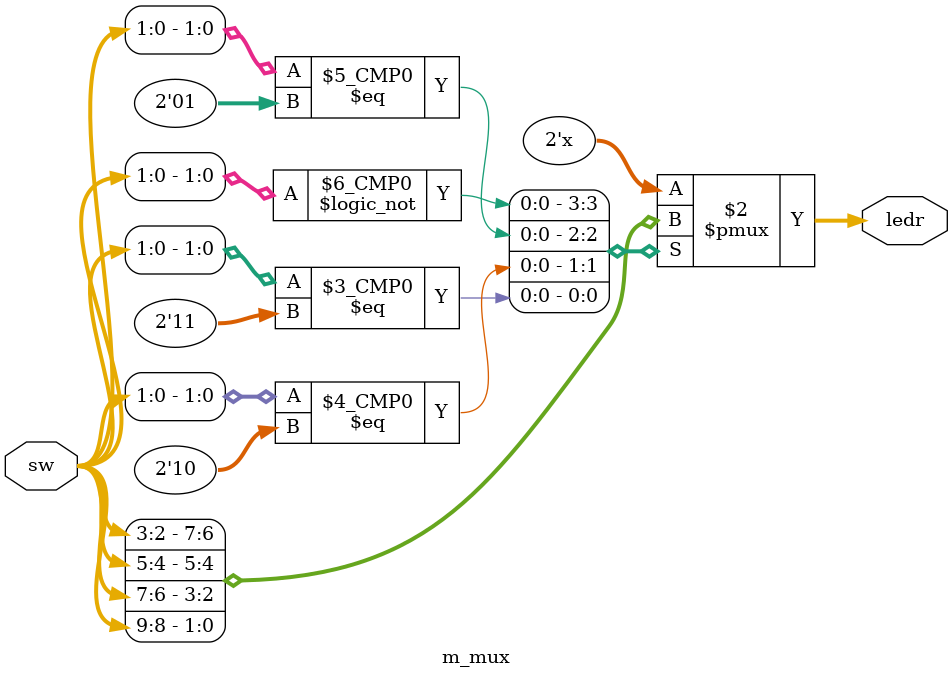
<source format=v>
module m_mux(sw,ledr);
    input wire[9:0] sw; 
    output reg[1:0] ledr;

    always @(*)
    begin
        case (sw[1:0])
          0:ledr=sw[3:2];
          1:ledr=sw[5:4];
          2:ledr=sw[7:6];
          3:ledr=sw[9:8];
        endcase
    end
    endmodule

</source>
